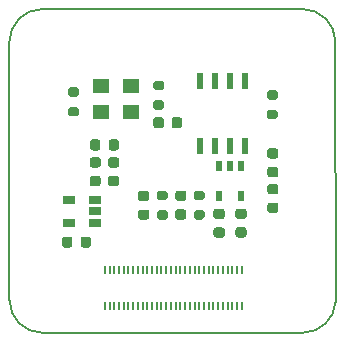
<source format=gbr>
%TF.GenerationSoftware,KiCad,Pcbnew,5.1.12-84ad8e8a86~92~ubuntu18.04.1*%
%TF.CreationDate,2024-08-09T12:32:27+07:00*%
%TF.ProjectId,framos_FSM_IMX_2LANE_Jetson_Adapter,6672616d-6f73-45f4-9653-4d5f494d585f,rev?*%
%TF.SameCoordinates,Original*%
%TF.FileFunction,Paste,Top*%
%TF.FilePolarity,Positive*%
%FSLAX46Y46*%
G04 Gerber Fmt 4.6, Leading zero omitted, Abs format (unit mm)*
G04 Created by KiCad (PCBNEW 5.1.12-84ad8e8a86~92~ubuntu18.04.1) date 2024-08-09 12:32:27*
%MOMM*%
%LPD*%
G01*
G04 APERTURE LIST*
%TA.AperFunction,Profile*%
%ADD10C,0.200000*%
%TD*%
%ADD11R,0.508000X0.952500*%
%ADD12R,0.533400X1.460500*%
%ADD13R,0.200000X0.700000*%
%ADD14R,1.060000X0.650000*%
%ADD15R,1.400000X1.200000*%
G04 APERTURE END LIST*
D10*
X136475000Y-52525000D02*
X136493537Y-74564288D01*
X136493537Y-74564288D02*
G75*
G02*
X133725000Y-77150000I-2768537J189288D01*
G01*
X111650000Y-77150000D02*
G75*
G02*
X108875000Y-74375000I0J2775000D01*
G01*
X133700000Y-49750000D02*
G75*
G02*
X136475000Y-52525000I0J-2775000D01*
G01*
X108875000Y-52525000D02*
G75*
G02*
X111650000Y-49750000I2775000J0D01*
G01*
X108875000Y-74375000D02*
X108875000Y-52525000D01*
X133725000Y-77150000D02*
X111650000Y-77150000D01*
X111650000Y-49750000D02*
X133700000Y-49750000D01*
D11*
%TO.C,U1*%
X128498641Y-65553590D03*
X126598639Y-65553590D03*
X126598639Y-63000890D03*
X127548640Y-63000890D03*
X128498641Y-63000890D03*
%TD*%
%TO.C,R9*%
G36*
G01*
X114585160Y-57189320D02*
X114035160Y-57189320D01*
G75*
G02*
X113835160Y-56989320I0J200000D01*
G01*
X113835160Y-56589320D01*
G75*
G02*
X114035160Y-56389320I200000J0D01*
G01*
X114585160Y-56389320D01*
G75*
G02*
X114785160Y-56589320I0J-200000D01*
G01*
X114785160Y-56989320D01*
G75*
G02*
X114585160Y-57189320I-200000J0D01*
G01*
G37*
G36*
G01*
X114585160Y-58839320D02*
X114035160Y-58839320D01*
G75*
G02*
X113835160Y-58639320I0J200000D01*
G01*
X113835160Y-58239320D01*
G75*
G02*
X114035160Y-58039320I200000J0D01*
G01*
X114585160Y-58039320D01*
G75*
G02*
X114785160Y-58239320I0J-200000D01*
G01*
X114785160Y-58639320D01*
G75*
G02*
X114585160Y-58839320I-200000J0D01*
G01*
G37*
%TD*%
D12*
%TO.C,U3*%
X128798320Y-61332110D03*
X127528320Y-61332110D03*
X126258320Y-61332110D03*
X124988320Y-61332110D03*
X124988320Y-55883810D03*
X126258320Y-55883810D03*
X127528320Y-55883810D03*
X128798320Y-55883810D03*
%TD*%
%TO.C,C4*%
G36*
G01*
X117949690Y-64750400D02*
X117437190Y-64750400D01*
G75*
G02*
X117218440Y-64531650I0J218750D01*
G01*
X117218440Y-64094150D01*
G75*
G02*
X117437190Y-63875400I218750J0D01*
G01*
X117949690Y-63875400D01*
G75*
G02*
X118168440Y-64094150I0J-218750D01*
G01*
X118168440Y-64531650D01*
G75*
G02*
X117949690Y-64750400I-218750J0D01*
G01*
G37*
G36*
G01*
X117949690Y-63175400D02*
X117437190Y-63175400D01*
G75*
G02*
X117218440Y-62956650I0J218750D01*
G01*
X117218440Y-62519150D01*
G75*
G02*
X117437190Y-62300400I218750J0D01*
G01*
X117949690Y-62300400D01*
G75*
G02*
X118168440Y-62519150I0J-218750D01*
G01*
X118168440Y-62956650D01*
G75*
G02*
X117949690Y-63175400I-218750J0D01*
G01*
G37*
%TD*%
%TO.C,C6*%
G36*
G01*
X117276360Y-61510890D02*
X117276360Y-60998390D01*
G75*
G02*
X117495110Y-60779640I218750J0D01*
G01*
X117932610Y-60779640D01*
G75*
G02*
X118151360Y-60998390I0J-218750D01*
G01*
X118151360Y-61510890D01*
G75*
G02*
X117932610Y-61729640I-218750J0D01*
G01*
X117495110Y-61729640D01*
G75*
G02*
X117276360Y-61510890I0J218750D01*
G01*
G37*
G36*
G01*
X115701360Y-61510890D02*
X115701360Y-60998390D01*
G75*
G02*
X115920110Y-60779640I218750J0D01*
G01*
X116357610Y-60779640D01*
G75*
G02*
X116576360Y-60998390I0J-218750D01*
G01*
X116576360Y-61510890D01*
G75*
G02*
X116357610Y-61729640I-218750J0D01*
G01*
X115920110Y-61729640D01*
G75*
G02*
X115701360Y-61510890I0J218750D01*
G01*
G37*
%TD*%
%TO.C,R6*%
G36*
G01*
X115882710Y-62300400D02*
X116395210Y-62300400D01*
G75*
G02*
X116613960Y-62519150I0J-218750D01*
G01*
X116613960Y-62956650D01*
G75*
G02*
X116395210Y-63175400I-218750J0D01*
G01*
X115882710Y-63175400D01*
G75*
G02*
X115663960Y-62956650I0J218750D01*
G01*
X115663960Y-62519150D01*
G75*
G02*
X115882710Y-62300400I218750J0D01*
G01*
G37*
G36*
G01*
X115882710Y-63875400D02*
X116395210Y-63875400D01*
G75*
G02*
X116613960Y-64094150I0J-218750D01*
G01*
X116613960Y-64531650D01*
G75*
G02*
X116395210Y-64750400I-218750J0D01*
G01*
X115882710Y-64750400D01*
G75*
G02*
X115663960Y-64531650I0J218750D01*
G01*
X115663960Y-64094150D01*
G75*
G02*
X115882710Y-63875400I218750J0D01*
G01*
G37*
%TD*%
%TO.C,R4*%
G36*
G01*
X121548480Y-66795200D02*
X122098480Y-66795200D01*
G75*
G02*
X122298480Y-66995200I0J-200000D01*
G01*
X122298480Y-67395200D01*
G75*
G02*
X122098480Y-67595200I-200000J0D01*
G01*
X121548480Y-67595200D01*
G75*
G02*
X121348480Y-67395200I0J200000D01*
G01*
X121348480Y-66995200D01*
G75*
G02*
X121548480Y-66795200I200000J0D01*
G01*
G37*
G36*
G01*
X121548480Y-65145200D02*
X122098480Y-65145200D01*
G75*
G02*
X122298480Y-65345200I0J-200000D01*
G01*
X122298480Y-65745200D01*
G75*
G02*
X122098480Y-65945200I-200000J0D01*
G01*
X121548480Y-65945200D01*
G75*
G02*
X121348480Y-65745200I0J200000D01*
G01*
X121348480Y-65345200D01*
G75*
G02*
X121548480Y-65145200I200000J0D01*
G01*
G37*
%TD*%
%TO.C,R3*%
G36*
G01*
X123644370Y-66004960D02*
X123131870Y-66004960D01*
G75*
G02*
X122913120Y-65786210I0J218750D01*
G01*
X122913120Y-65348710D01*
G75*
G02*
X123131870Y-65129960I218750J0D01*
G01*
X123644370Y-65129960D01*
G75*
G02*
X123863120Y-65348710I0J-218750D01*
G01*
X123863120Y-65786210D01*
G75*
G02*
X123644370Y-66004960I-218750J0D01*
G01*
G37*
G36*
G01*
X123644370Y-67579960D02*
X123131870Y-67579960D01*
G75*
G02*
X122913120Y-67361210I0J218750D01*
G01*
X122913120Y-66923710D01*
G75*
G02*
X123131870Y-66704960I218750J0D01*
G01*
X123644370Y-66704960D01*
G75*
G02*
X123863120Y-66923710I0J-218750D01*
G01*
X123863120Y-67361210D01*
G75*
G02*
X123644370Y-67579960I-218750J0D01*
G01*
G37*
%TD*%
%TO.C,R8*%
G36*
G01*
X131410120Y-57415880D02*
X130860120Y-57415880D01*
G75*
G02*
X130660120Y-57215880I0J200000D01*
G01*
X130660120Y-56815880D01*
G75*
G02*
X130860120Y-56615880I200000J0D01*
G01*
X131410120Y-56615880D01*
G75*
G02*
X131610120Y-56815880I0J-200000D01*
G01*
X131610120Y-57215880D01*
G75*
G02*
X131410120Y-57415880I-200000J0D01*
G01*
G37*
G36*
G01*
X131410120Y-59065880D02*
X130860120Y-59065880D01*
G75*
G02*
X130660120Y-58865880I0J200000D01*
G01*
X130660120Y-58465880D01*
G75*
G02*
X130860120Y-58265880I200000J0D01*
G01*
X131410120Y-58265880D01*
G75*
G02*
X131610120Y-58465880I0J-200000D01*
G01*
X131610120Y-58865880D01*
G75*
G02*
X131410120Y-59065880I-200000J0D01*
G01*
G37*
%TD*%
%TO.C,R2*%
G36*
G01*
X125222680Y-65919800D02*
X124672680Y-65919800D01*
G75*
G02*
X124472680Y-65719800I0J200000D01*
G01*
X124472680Y-65319800D01*
G75*
G02*
X124672680Y-65119800I200000J0D01*
G01*
X125222680Y-65119800D01*
G75*
G02*
X125422680Y-65319800I0J-200000D01*
G01*
X125422680Y-65719800D01*
G75*
G02*
X125222680Y-65919800I-200000J0D01*
G01*
G37*
G36*
G01*
X125222680Y-67569800D02*
X124672680Y-67569800D01*
G75*
G02*
X124472680Y-67369800I0J200000D01*
G01*
X124472680Y-66969800D01*
G75*
G02*
X124672680Y-66769800I200000J0D01*
G01*
X125222680Y-66769800D01*
G75*
G02*
X125422680Y-66969800I0J-200000D01*
G01*
X125422680Y-67369800D01*
G75*
G02*
X125222680Y-67569800I-200000J0D01*
G01*
G37*
%TD*%
%TO.C,R7*%
G36*
G01*
X121238600Y-57478480D02*
X121788600Y-57478480D01*
G75*
G02*
X121988600Y-57678480I0J-200000D01*
G01*
X121988600Y-58078480D01*
G75*
G02*
X121788600Y-58278480I-200000J0D01*
G01*
X121238600Y-58278480D01*
G75*
G02*
X121038600Y-58078480I0J200000D01*
G01*
X121038600Y-57678480D01*
G75*
G02*
X121238600Y-57478480I200000J0D01*
G01*
G37*
G36*
G01*
X121238600Y-55828480D02*
X121788600Y-55828480D01*
G75*
G02*
X121988600Y-56028480I0J-200000D01*
G01*
X121988600Y-56428480D01*
G75*
G02*
X121788600Y-56628480I-200000J0D01*
G01*
X121238600Y-56628480D01*
G75*
G02*
X121038600Y-56428480I0J200000D01*
G01*
X121038600Y-56028480D01*
G75*
G02*
X121238600Y-55828480I200000J0D01*
G01*
G37*
%TD*%
%TO.C,C7*%
G36*
G01*
X122605680Y-59630120D02*
X122605680Y-59130120D01*
G75*
G02*
X122830680Y-58905120I225000J0D01*
G01*
X123280680Y-58905120D01*
G75*
G02*
X123505680Y-59130120I0J-225000D01*
G01*
X123505680Y-59630120D01*
G75*
G02*
X123280680Y-59855120I-225000J0D01*
G01*
X122830680Y-59855120D01*
G75*
G02*
X122605680Y-59630120I0J225000D01*
G01*
G37*
G36*
G01*
X121055680Y-59630120D02*
X121055680Y-59130120D01*
G75*
G02*
X121280680Y-58905120I225000J0D01*
G01*
X121730680Y-58905120D01*
G75*
G02*
X121955680Y-59130120I0J-225000D01*
G01*
X121955680Y-59630120D01*
G75*
G02*
X121730680Y-59855120I-225000J0D01*
G01*
X121280680Y-59855120D01*
G75*
G02*
X121055680Y-59630120I0J225000D01*
G01*
G37*
%TD*%
D13*
%TO.C,J1*%
X128550000Y-71810000D03*
X128550000Y-74890000D03*
X128150000Y-71810000D03*
X128150000Y-74890000D03*
X127750000Y-71810000D03*
X127750000Y-74890000D03*
X127350000Y-71810000D03*
X127350000Y-74890000D03*
X126950000Y-71810000D03*
X126950000Y-74890000D03*
X126550000Y-71810000D03*
X126550000Y-74890000D03*
X126150000Y-71810000D03*
X126150000Y-74890000D03*
X125750000Y-71810000D03*
X125750000Y-74890000D03*
X125350000Y-71810000D03*
X125350000Y-74890000D03*
X124950000Y-71810000D03*
X124950000Y-74890000D03*
X124550000Y-71810000D03*
X124550000Y-74890000D03*
X124150000Y-71810000D03*
X124150000Y-74890000D03*
X123750000Y-71810000D03*
X123750000Y-74890000D03*
X123350000Y-71810000D03*
X123350000Y-74890000D03*
X122950000Y-71810000D03*
X122950000Y-74890000D03*
X122550000Y-71810000D03*
X122550000Y-74890000D03*
X122150000Y-71810000D03*
X122150000Y-74890000D03*
X121750000Y-71810000D03*
X121750000Y-74890000D03*
X121350000Y-71810000D03*
X121350000Y-74890000D03*
X120950000Y-71810000D03*
X120950000Y-74890000D03*
X120550000Y-71810000D03*
X120550000Y-74890000D03*
X120150000Y-71810000D03*
X120150000Y-74890000D03*
X119750000Y-71810000D03*
X119750000Y-74890000D03*
X119350000Y-71810000D03*
X119350000Y-74890000D03*
X118950000Y-71810000D03*
X118950000Y-74890000D03*
X118550000Y-71810000D03*
X118550000Y-74890000D03*
X118150000Y-71810000D03*
X118150000Y-74890000D03*
X117750000Y-71810000D03*
X117750000Y-74890000D03*
X117350000Y-71810000D03*
X117350000Y-74890000D03*
X116950000Y-71810000D03*
X116950000Y-74890000D03*
%TD*%
%TO.C,C2*%
G36*
G01*
X128227110Y-68229060D02*
X128739610Y-68229060D01*
G75*
G02*
X128958360Y-68447810I0J-218750D01*
G01*
X128958360Y-68885310D01*
G75*
G02*
X128739610Y-69104060I-218750J0D01*
G01*
X128227110Y-69104060D01*
G75*
G02*
X128008360Y-68885310I0J218750D01*
G01*
X128008360Y-68447810D01*
G75*
G02*
X128227110Y-68229060I218750J0D01*
G01*
G37*
G36*
G01*
X128227110Y-66654060D02*
X128739610Y-66654060D01*
G75*
G02*
X128958360Y-66872810I0J-218750D01*
G01*
X128958360Y-67310310D01*
G75*
G02*
X128739610Y-67529060I-218750J0D01*
G01*
X128227110Y-67529060D01*
G75*
G02*
X128008360Y-67310310I0J218750D01*
G01*
X128008360Y-66872810D01*
G75*
G02*
X128227110Y-66654060I218750J0D01*
G01*
G37*
%TD*%
%TO.C,C1*%
G36*
G01*
X131437090Y-63988400D02*
X130924590Y-63988400D01*
G75*
G02*
X130705840Y-63769650I0J218750D01*
G01*
X130705840Y-63332150D01*
G75*
G02*
X130924590Y-63113400I218750J0D01*
G01*
X131437090Y-63113400D01*
G75*
G02*
X131655840Y-63332150I0J-218750D01*
G01*
X131655840Y-63769650D01*
G75*
G02*
X131437090Y-63988400I-218750J0D01*
G01*
G37*
G36*
G01*
X131437090Y-62413400D02*
X130924590Y-62413400D01*
G75*
G02*
X130705840Y-62194650I0J218750D01*
G01*
X130705840Y-61757150D01*
G75*
G02*
X130924590Y-61538400I218750J0D01*
G01*
X131437090Y-61538400D01*
G75*
G02*
X131655840Y-61757150I0J-218750D01*
G01*
X131655840Y-62194650D01*
G75*
G02*
X131437090Y-62413400I-218750J0D01*
G01*
G37*
%TD*%
%TO.C,C3*%
G36*
G01*
X126372910Y-68233940D02*
X126885410Y-68233940D01*
G75*
G02*
X127104160Y-68452690I0J-218750D01*
G01*
X127104160Y-68890190D01*
G75*
G02*
X126885410Y-69108940I-218750J0D01*
G01*
X126372910Y-69108940D01*
G75*
G02*
X126154160Y-68890190I0J218750D01*
G01*
X126154160Y-68452690D01*
G75*
G02*
X126372910Y-68233940I218750J0D01*
G01*
G37*
G36*
G01*
X126372910Y-66658940D02*
X126885410Y-66658940D01*
G75*
G02*
X127104160Y-66877690I0J-218750D01*
G01*
X127104160Y-67315190D01*
G75*
G02*
X126885410Y-67533940I-218750J0D01*
G01*
X126372910Y-67533940D01*
G75*
G02*
X126154160Y-67315190I0J218750D01*
G01*
X126154160Y-66877690D01*
G75*
G02*
X126372910Y-66658940I218750J0D01*
G01*
G37*
%TD*%
%TO.C,C5*%
G36*
G01*
X113334080Y-69740490D02*
X113334080Y-69227990D01*
G75*
G02*
X113552830Y-69009240I218750J0D01*
G01*
X113990330Y-69009240D01*
G75*
G02*
X114209080Y-69227990I0J-218750D01*
G01*
X114209080Y-69740490D01*
G75*
G02*
X113990330Y-69959240I-218750J0D01*
G01*
X113552830Y-69959240D01*
G75*
G02*
X113334080Y-69740490I0J218750D01*
G01*
G37*
G36*
G01*
X114909080Y-69740490D02*
X114909080Y-69227990D01*
G75*
G02*
X115127830Y-69009240I218750J0D01*
G01*
X115565330Y-69009240D01*
G75*
G02*
X115784080Y-69227990I0J-218750D01*
G01*
X115784080Y-69740490D01*
G75*
G02*
X115565330Y-69959240I-218750J0D01*
G01*
X115127830Y-69959240D01*
G75*
G02*
X114909080Y-69740490I0J218750D01*
G01*
G37*
%TD*%
%TO.C,R1*%
G36*
G01*
X130924590Y-66146060D02*
X131437090Y-66146060D01*
G75*
G02*
X131655840Y-66364810I0J-218750D01*
G01*
X131655840Y-66802310D01*
G75*
G02*
X131437090Y-67021060I-218750J0D01*
G01*
X130924590Y-67021060D01*
G75*
G02*
X130705840Y-66802310I0J218750D01*
G01*
X130705840Y-66364810D01*
G75*
G02*
X130924590Y-66146060I218750J0D01*
G01*
G37*
G36*
G01*
X130924590Y-64571060D02*
X131437090Y-64571060D01*
G75*
G02*
X131655840Y-64789810I0J-218750D01*
G01*
X131655840Y-65227310D01*
G75*
G02*
X131437090Y-65446060I-218750J0D01*
G01*
X130924590Y-65446060D01*
G75*
G02*
X130705840Y-65227310I0J218750D01*
G01*
X130705840Y-64789810D01*
G75*
G02*
X130924590Y-64571060I218750J0D01*
G01*
G37*
%TD*%
%TO.C,R5*%
G36*
G01*
X120494770Y-67597740D02*
X119982270Y-67597740D01*
G75*
G02*
X119763520Y-67378990I0J218750D01*
G01*
X119763520Y-66941490D01*
G75*
G02*
X119982270Y-66722740I218750J0D01*
G01*
X120494770Y-66722740D01*
G75*
G02*
X120713520Y-66941490I0J-218750D01*
G01*
X120713520Y-67378990D01*
G75*
G02*
X120494770Y-67597740I-218750J0D01*
G01*
G37*
G36*
G01*
X120494770Y-66022740D02*
X119982270Y-66022740D01*
G75*
G02*
X119763520Y-65803990I0J218750D01*
G01*
X119763520Y-65366490D01*
G75*
G02*
X119982270Y-65147740I218750J0D01*
G01*
X120494770Y-65147740D01*
G75*
G02*
X120713520Y-65366490I0J-218750D01*
G01*
X120713520Y-65803990D01*
G75*
G02*
X120494770Y-66022740I-218750J0D01*
G01*
G37*
%TD*%
D14*
%TO.C,U2*%
X116080720Y-67828200D03*
X116080720Y-66878200D03*
X116080720Y-65928200D03*
X113880720Y-65928200D03*
X113880720Y-67828200D03*
%TD*%
D15*
%TO.C,X1*%
X119192040Y-56227800D03*
X116652040Y-56227800D03*
X116652040Y-58427800D03*
X119192040Y-58427800D03*
%TD*%
M02*

</source>
